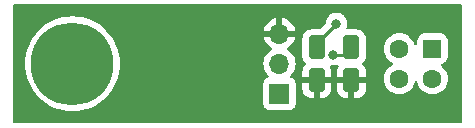
<source format=gbr>
%TF.SameCoordinates,Original*%
%TF.FileFunction,Copper,L2,Bot*%
%TF.FilePolarity,Positive*%
%FSLAX46Y46*%
G04 Gerber Fmt 4.6, Leading zero omitted, Abs format (unit mm)*
G04 Created by KiCad (PCBNEW (7.0.0)) date 2023-08-08 03:57:15*
%MOMM*%
%LPD*%
G01*
G04 APERTURE LIST*
G04 Aperture macros list*
%AMRoundRect*
0 Rectangle with rounded corners*
0 $1 Rounding radius*
0 $2 $3 $4 $5 $6 $7 $8 $9 X,Y pos of 4 corners*
0 Add a 4 corners polygon primitive as box body*
4,1,4,$2,$3,$4,$5,$6,$7,$8,$9,$2,$3,0*
0 Add four circle primitives for the rounded corners*
1,1,$1+$1,$2,$3*
1,1,$1+$1,$4,$5*
1,1,$1+$1,$6,$7*
1,1,$1+$1,$8,$9*
0 Add four rect primitives between the rounded corners*
20,1,$1+$1,$2,$3,$4,$5,0*
20,1,$1+$1,$4,$5,$6,$7,0*
20,1,$1+$1,$6,$7,$8,$9,0*
20,1,$1+$1,$8,$9,$2,$3,0*%
G04 Aperture macros list end*
%TA.AperFunction,ComponentPad*%
%ADD10R,1.700000X1.700000*%
%TD*%
%TA.AperFunction,ComponentPad*%
%ADD11O,1.700000X1.700000*%
%TD*%
%TA.AperFunction,ComponentPad*%
%ADD12C,3.900000*%
%TD*%
%TA.AperFunction,ConnectorPad*%
%ADD13C,7.000000*%
%TD*%
%TA.AperFunction,ComponentPad*%
%ADD14RoundRect,0.249600X0.550400X0.550400X-0.550400X0.550400X-0.550400X-0.550400X0.550400X-0.550400X0*%
%TD*%
%TA.AperFunction,ComponentPad*%
%ADD15C,1.600000*%
%TD*%
%TA.AperFunction,SMDPad,CuDef*%
%ADD16RoundRect,0.291200X-0.408800X0.708800X-0.408800X-0.708800X0.408800X-0.708800X0.408800X0.708800X0*%
%TD*%
%TA.AperFunction,ViaPad*%
%ADD17C,0.800000*%
%TD*%
%TA.AperFunction,Conductor*%
%ADD18C,0.250000*%
%TD*%
G04 APERTURE END LIST*
D10*
%TO.P,J0,1,Pin_1*%
%TO.N,Net-(J0-Pad1)*%
X122935999Y-100314999D03*
D11*
%TO.P,J0,2,Pin_2*%
%TO.N,Net-(J0-Pad2)*%
X122935999Y-97774999D03*
%TO.P,J0,3,Pin_3*%
%TO.N,GND*%
X122935999Y-95234999D03*
%TD*%
D12*
%TO.P,H0,1*%
%TO.N,N/C*%
X105410000Y-97790000D03*
D13*
X105410000Y-97790000D03*
%TD*%
D14*
%TO.P,U1,1,A*%
%TO.N,Net-(J0-Pad1)*%
X135890000Y-96520000D03*
D15*
%TO.P,U1,2,K*%
%TO.N,Net-(RV0-Pad3)*%
X135890000Y-99060000D03*
%TO.P,U1,3,C*%
%TO.N,Net-(J0-Pad1)*%
X133090000Y-99060000D03*
%TO.P,U1,4,E*%
%TO.N,Net-(J0-Pad2)*%
X133090000Y-96520000D03*
%TD*%
D16*
%TO.P,R1,1*%
%TO.N,Net-(R1-Pad1)*%
X126082000Y-96390000D03*
%TO.P,R1,2*%
%TO.N,GND*%
X126082000Y-99190000D03*
%TD*%
%TO.P,R2,1*%
%TO.N,Net-(J0-Pad2)*%
X129032000Y-96390000D03*
%TO.P,R2,2*%
%TO.N,GND*%
X129032000Y-99190000D03*
%TD*%
D17*
%TO.N,Net-(J0-Pad2)*%
X127508000Y-97028000D03*
%TO.N,Net-(R1-Pad1)*%
X127762000Y-94386400D03*
%TD*%
D18*
%TO.N,Net-(J0-Pad2)*%
X127508000Y-97028000D02*
X128394000Y-97028000D01*
X128394000Y-97028000D02*
X129032000Y-96390000D01*
%TO.N,Net-(R1-Pad1)*%
X126082000Y-96390000D02*
X126082000Y-96066400D01*
X126082000Y-96066400D02*
X127762000Y-94386400D01*
%TD*%
%TA.AperFunction,Conductor*%
%TO.N,GND*%
G36*
X138341500Y-92752381D02*
G01*
X138387619Y-92798500D01*
X138404500Y-92861500D01*
X138404500Y-102718500D01*
X138387619Y-102781500D01*
X138341500Y-102827619D01*
X138278500Y-102844500D01*
X100481500Y-102844500D01*
X100418500Y-102827619D01*
X100372381Y-102781500D01*
X100355500Y-102718500D01*
X100355500Y-97790000D01*
X101396666Y-97790000D01*
X101396818Y-97793094D01*
X101413184Y-98126250D01*
X101415991Y-98183376D01*
X101416442Y-98186421D01*
X101416444Y-98186434D01*
X101449346Y-98408238D01*
X101473781Y-98572963D01*
X101474533Y-98575965D01*
X101568728Y-98952014D01*
X101568732Y-98952028D01*
X101569479Y-98955009D01*
X101570517Y-98957911D01*
X101570518Y-98957913D01*
X101701122Y-99322928D01*
X101701125Y-99322936D01*
X101702163Y-99325836D01*
X101703479Y-99328619D01*
X101703483Y-99328628D01*
X101869239Y-99679091D01*
X101870555Y-99681873D01*
X101872134Y-99684507D01*
X101872137Y-99684513D01*
X102071446Y-100017038D01*
X102073035Y-100019689D01*
X102307651Y-100336032D01*
X102572144Y-100627856D01*
X102863968Y-100892349D01*
X103180311Y-101126965D01*
X103518127Y-101329445D01*
X103874164Y-101497837D01*
X104244991Y-101630521D01*
X104627037Y-101726219D01*
X105016624Y-101784009D01*
X105410000Y-101803334D01*
X105803376Y-101784009D01*
X106192963Y-101726219D01*
X106575009Y-101630521D01*
X106945836Y-101497837D01*
X107301873Y-101329445D01*
X107639689Y-101126965D01*
X107956032Y-100892349D01*
X108247856Y-100627856D01*
X108512349Y-100336032D01*
X108746965Y-100019689D01*
X108949445Y-99681873D01*
X109117837Y-99325836D01*
X109250521Y-98955009D01*
X109346219Y-98572963D01*
X109404009Y-98183376D01*
X109423334Y-97790000D01*
X109422597Y-97775000D01*
X121572844Y-97775000D01*
X121573274Y-97780189D01*
X121589395Y-97974748D01*
X121591436Y-97999368D01*
X121646704Y-98217616D01*
X121737140Y-98423791D01*
X121860278Y-98612268D01*
X121863806Y-98616100D01*
X122003474Y-98767819D01*
X122032711Y-98821423D01*
X122033314Y-98882478D01*
X122005140Y-98936648D01*
X121954807Y-98971212D01*
X121848240Y-99010960D01*
X121848231Y-99010964D01*
X121839796Y-99014111D01*
X121832588Y-99019506D01*
X121832582Y-99019510D01*
X121729950Y-99096340D01*
X121729946Y-99096343D01*
X121722739Y-99101739D01*
X121717343Y-99108946D01*
X121717340Y-99108950D01*
X121640510Y-99211582D01*
X121640506Y-99211588D01*
X121635111Y-99218796D01*
X121631965Y-99227230D01*
X121631962Y-99227236D01*
X121586763Y-99348419D01*
X121586761Y-99348423D01*
X121584011Y-99355799D01*
X121583169Y-99363625D01*
X121583168Y-99363632D01*
X121577860Y-99413011D01*
X121577500Y-99416362D01*
X121577500Y-101213638D01*
X121577859Y-101216985D01*
X121577860Y-101216988D01*
X121583168Y-101266367D01*
X121583169Y-101266373D01*
X121584011Y-101274201D01*
X121586762Y-101281578D01*
X121586763Y-101281580D01*
X121631962Y-101402763D01*
X121631964Y-101402766D01*
X121635111Y-101411204D01*
X121640508Y-101418414D01*
X121640510Y-101418417D01*
X121698975Y-101496516D01*
X121722739Y-101528261D01*
X121839796Y-101615889D01*
X121976799Y-101666989D01*
X122037362Y-101673500D01*
X123831269Y-101673500D01*
X123834638Y-101673500D01*
X123895201Y-101666989D01*
X124032204Y-101615889D01*
X124149261Y-101528261D01*
X124236889Y-101411204D01*
X124287989Y-101274201D01*
X124294500Y-101213638D01*
X124294500Y-99940146D01*
X124874001Y-99940146D01*
X124874396Y-99947195D01*
X124888314Y-100070728D01*
X124891445Y-100084448D01*
X124946251Y-100241074D01*
X124952352Y-100253743D01*
X125040643Y-100394256D01*
X125049412Y-100405251D01*
X125166748Y-100522587D01*
X125177743Y-100531356D01*
X125318256Y-100619647D01*
X125330925Y-100625748D01*
X125487558Y-100680556D01*
X125501263Y-100683684D01*
X125624804Y-100697604D01*
X125631853Y-100698000D01*
X125811410Y-100698000D01*
X125824493Y-100694493D01*
X125828000Y-100681410D01*
X125828000Y-100681409D01*
X126336000Y-100681409D01*
X126339506Y-100694492D01*
X126352590Y-100697999D01*
X126532146Y-100697999D01*
X126539195Y-100697603D01*
X126662728Y-100683685D01*
X126676448Y-100680554D01*
X126833074Y-100625748D01*
X126845743Y-100619647D01*
X126986256Y-100531356D01*
X126997251Y-100522587D01*
X127114587Y-100405251D01*
X127123356Y-100394256D01*
X127211647Y-100253743D01*
X127217748Y-100241074D01*
X127272556Y-100084441D01*
X127275684Y-100070736D01*
X127289604Y-99947195D01*
X127290000Y-99940147D01*
X127290000Y-99940146D01*
X127824001Y-99940146D01*
X127824396Y-99947195D01*
X127838314Y-100070728D01*
X127841445Y-100084448D01*
X127896251Y-100241074D01*
X127902352Y-100253743D01*
X127990643Y-100394256D01*
X127999412Y-100405251D01*
X128116748Y-100522587D01*
X128127743Y-100531356D01*
X128268256Y-100619647D01*
X128280925Y-100625748D01*
X128437558Y-100680556D01*
X128451263Y-100683684D01*
X128574804Y-100697604D01*
X128581853Y-100698000D01*
X128761410Y-100698000D01*
X128774493Y-100694493D01*
X128778000Y-100681410D01*
X128778000Y-100681409D01*
X129286000Y-100681409D01*
X129289506Y-100694492D01*
X129302590Y-100697999D01*
X129482146Y-100697999D01*
X129489195Y-100697603D01*
X129612728Y-100683685D01*
X129626448Y-100680554D01*
X129783074Y-100625748D01*
X129795743Y-100619647D01*
X129936256Y-100531356D01*
X129947251Y-100522587D01*
X130064587Y-100405251D01*
X130073356Y-100394256D01*
X130161647Y-100253743D01*
X130167748Y-100241074D01*
X130222556Y-100084441D01*
X130225684Y-100070736D01*
X130239604Y-99947195D01*
X130240000Y-99940147D01*
X130240000Y-99460590D01*
X130236493Y-99447506D01*
X130223410Y-99444000D01*
X129302590Y-99444000D01*
X129289506Y-99447506D01*
X129286000Y-99460590D01*
X129286000Y-100681409D01*
X128778000Y-100681409D01*
X128778000Y-99460590D01*
X128774493Y-99447506D01*
X128761410Y-99444000D01*
X127840591Y-99444000D01*
X127827507Y-99447506D01*
X127824001Y-99460590D01*
X127824001Y-99940146D01*
X127290000Y-99940146D01*
X127290000Y-99460590D01*
X127286493Y-99447506D01*
X127273410Y-99444000D01*
X126352590Y-99444000D01*
X126339506Y-99447506D01*
X126336000Y-99460590D01*
X126336000Y-100681409D01*
X125828000Y-100681409D01*
X125828000Y-99460590D01*
X125824493Y-99447506D01*
X125811410Y-99444000D01*
X124890591Y-99444000D01*
X124877507Y-99447506D01*
X124874001Y-99460590D01*
X124874001Y-99940146D01*
X124294500Y-99940146D01*
X124294500Y-99416362D01*
X124287989Y-99355799D01*
X124236889Y-99218796D01*
X124149261Y-99101739D01*
X124142049Y-99096340D01*
X124093505Y-99060000D01*
X131776502Y-99060000D01*
X131776981Y-99065475D01*
X131790394Y-99218796D01*
X131796457Y-99288087D01*
X131855716Y-99509243D01*
X131952477Y-99716749D01*
X131955630Y-99721252D01*
X131955633Y-99721257D01*
X132032123Y-99830496D01*
X132083802Y-99904300D01*
X132245700Y-100066198D01*
X132433251Y-100197523D01*
X132640757Y-100294284D01*
X132861913Y-100353543D01*
X133090000Y-100373498D01*
X133318087Y-100353543D01*
X133539243Y-100294284D01*
X133746749Y-100197523D01*
X133934300Y-100066198D01*
X134096198Y-99904300D01*
X134227523Y-99716749D01*
X134324284Y-99509243D01*
X134368293Y-99344999D01*
X134400905Y-99288515D01*
X134457389Y-99255904D01*
X134522611Y-99255904D01*
X134579095Y-99288515D01*
X134611706Y-99344999D01*
X134655716Y-99509243D01*
X134752477Y-99716749D01*
X134755630Y-99721252D01*
X134755633Y-99721257D01*
X134832123Y-99830496D01*
X134883802Y-99904300D01*
X135045700Y-100066198D01*
X135233251Y-100197523D01*
X135440757Y-100294284D01*
X135661913Y-100353543D01*
X135890000Y-100373498D01*
X136118087Y-100353543D01*
X136339243Y-100294284D01*
X136546749Y-100197523D01*
X136734300Y-100066198D01*
X136896198Y-99904300D01*
X137027523Y-99716749D01*
X137124284Y-99509243D01*
X137183543Y-99288087D01*
X137203498Y-99060000D01*
X137183543Y-98831913D01*
X137124284Y-98610757D01*
X137027523Y-98403251D01*
X136896198Y-98215700D01*
X136734300Y-98053802D01*
X136666295Y-98006184D01*
X136622870Y-97952876D01*
X136613897Y-97884709D01*
X136642045Y-97821979D01*
X136698930Y-97783369D01*
X136762968Y-97762149D01*
X136913802Y-97669114D01*
X137039114Y-97543802D01*
X137132149Y-97392968D01*
X137187893Y-97224745D01*
X137198500Y-97120918D01*
X137198500Y-95919082D01*
X137187893Y-95815255D01*
X137132149Y-95647032D01*
X137039114Y-95496198D01*
X136913802Y-95370886D01*
X136907554Y-95367032D01*
X136769212Y-95281702D01*
X136769209Y-95281700D01*
X136762968Y-95277851D01*
X136756000Y-95275542D01*
X136601272Y-95224269D01*
X136601264Y-95224267D01*
X136594745Y-95222107D01*
X136587912Y-95221409D01*
X136587908Y-95221408D01*
X136494102Y-95211825D01*
X136494096Y-95211824D01*
X136490918Y-95211500D01*
X135289082Y-95211500D01*
X135285904Y-95211824D01*
X135285897Y-95211825D01*
X135192091Y-95221408D01*
X135192085Y-95221409D01*
X135185255Y-95222107D01*
X135178737Y-95224266D01*
X135178727Y-95224269D01*
X135023999Y-95275542D01*
X135023996Y-95275543D01*
X135017032Y-95277851D01*
X135010793Y-95281699D01*
X135010787Y-95281702D01*
X134872445Y-95367032D01*
X134872440Y-95367035D01*
X134866198Y-95370886D01*
X134861008Y-95376075D01*
X134861004Y-95376079D01*
X134746079Y-95491004D01*
X134746075Y-95491008D01*
X134740886Y-95496198D01*
X134737035Y-95502440D01*
X134737032Y-95502445D01*
X134651702Y-95640787D01*
X134651699Y-95640793D01*
X134647851Y-95647032D01*
X134645543Y-95653996D01*
X134645542Y-95653999D01*
X134594269Y-95808727D01*
X134594266Y-95808737D01*
X134592107Y-95815255D01*
X134591409Y-95822085D01*
X134591408Y-95822091D01*
X134581825Y-95915897D01*
X134581500Y-95919082D01*
X134581500Y-95922288D01*
X134581500Y-96073634D01*
X134567263Y-96131814D01*
X134527771Y-96176847D01*
X134471946Y-96198556D01*
X134412406Y-96192035D01*
X134362603Y-96158758D01*
X134333793Y-96106245D01*
X134332821Y-96102619D01*
X134324284Y-96070757D01*
X134227523Y-95863251D01*
X134096198Y-95675700D01*
X133934300Y-95513802D01*
X133860496Y-95462123D01*
X133751257Y-95385633D01*
X133751252Y-95385630D01*
X133746749Y-95382477D01*
X133741761Y-95380151D01*
X133544225Y-95288039D01*
X133544223Y-95288038D01*
X133539243Y-95285716D01*
X133318087Y-95226457D01*
X133312611Y-95225977D01*
X133312606Y-95225977D01*
X133095475Y-95206981D01*
X133090000Y-95206502D01*
X133084525Y-95206981D01*
X132867393Y-95225977D01*
X132867386Y-95225978D01*
X132861913Y-95226457D01*
X132856599Y-95227880D01*
X132856598Y-95227881D01*
X132646067Y-95284293D01*
X132646065Y-95284293D01*
X132640757Y-95285716D01*
X132635779Y-95288036D01*
X132635774Y-95288039D01*
X132438238Y-95380151D01*
X132438233Y-95380153D01*
X132433251Y-95382477D01*
X132428752Y-95385627D01*
X132428742Y-95385633D01*
X132250211Y-95510643D01*
X132250208Y-95510645D01*
X132245700Y-95513802D01*
X132241808Y-95517693D01*
X132241802Y-95517699D01*
X132087699Y-95671802D01*
X132087693Y-95671808D01*
X132083802Y-95675700D01*
X132080645Y-95680208D01*
X132080643Y-95680211D01*
X131955633Y-95858742D01*
X131955627Y-95858752D01*
X131952477Y-95863251D01*
X131950153Y-95868233D01*
X131950151Y-95868238D01*
X131858039Y-96065774D01*
X131858036Y-96065779D01*
X131855716Y-96070757D01*
X131854293Y-96076065D01*
X131854293Y-96076067D01*
X131839356Y-96131814D01*
X131796457Y-96291913D01*
X131795978Y-96297386D01*
X131795977Y-96297393D01*
X131787534Y-96393900D01*
X131776502Y-96520000D01*
X131776981Y-96525475D01*
X131785687Y-96624991D01*
X131796457Y-96748087D01*
X131855716Y-96969243D01*
X131858038Y-96974223D01*
X131858039Y-96974225D01*
X131935422Y-97140174D01*
X131952477Y-97176749D01*
X131955630Y-97181252D01*
X131955633Y-97181257D01*
X132018365Y-97270847D01*
X132083802Y-97364300D01*
X132245700Y-97526198D01*
X132433251Y-97657523D01*
X132446970Y-97663920D01*
X132472457Y-97675805D01*
X132525474Y-97722300D01*
X132545207Y-97790000D01*
X132525474Y-97857700D01*
X132472457Y-97904195D01*
X132438238Y-97920151D01*
X132438233Y-97920153D01*
X132433251Y-97922477D01*
X132428752Y-97925627D01*
X132428742Y-97925633D01*
X132250211Y-98050643D01*
X132250208Y-98050645D01*
X132245700Y-98053802D01*
X132241808Y-98057693D01*
X132241802Y-98057699D01*
X132087699Y-98211802D01*
X132087693Y-98211808D01*
X132083802Y-98215700D01*
X132080645Y-98220208D01*
X132080643Y-98220211D01*
X131955633Y-98398742D01*
X131955627Y-98398752D01*
X131952477Y-98403251D01*
X131950153Y-98408233D01*
X131950151Y-98408238D01*
X131858039Y-98605774D01*
X131858036Y-98605779D01*
X131855716Y-98610757D01*
X131796457Y-98831913D01*
X131795978Y-98837386D01*
X131795977Y-98837393D01*
X131780792Y-99010960D01*
X131776502Y-99060000D01*
X124093505Y-99060000D01*
X124039417Y-99019510D01*
X124039414Y-99019508D01*
X124032204Y-99014111D01*
X124023765Y-99010963D01*
X124023757Y-99010959D01*
X123917193Y-98971212D01*
X123866859Y-98936648D01*
X123838685Y-98882478D01*
X123839288Y-98821422D01*
X123868523Y-98767821D01*
X124011722Y-98612268D01*
X124134860Y-98423791D01*
X124225296Y-98217616D01*
X124280564Y-97999368D01*
X124299156Y-97775000D01*
X124280564Y-97550632D01*
X124225296Y-97332384D01*
X124140992Y-97140188D01*
X124873500Y-97140188D01*
X124873501Y-97143708D01*
X124873895Y-97147207D01*
X124873896Y-97147220D01*
X124882631Y-97224745D01*
X124888617Y-97277876D01*
X124890952Y-97284549D01*
X124890953Y-97284553D01*
X124945798Y-97441292D01*
X124945800Y-97441296D01*
X124948136Y-97447972D01*
X124951898Y-97453960D01*
X124951900Y-97453963D01*
X125015905Y-97555827D01*
X125044013Y-97600560D01*
X125049021Y-97605568D01*
X125144712Y-97701259D01*
X125177324Y-97757743D01*
X125177324Y-97822965D01*
X125144712Y-97879449D01*
X125049412Y-97974748D01*
X125040643Y-97985743D01*
X124952352Y-98126256D01*
X124946251Y-98138925D01*
X124891443Y-98295558D01*
X124888315Y-98309263D01*
X124874395Y-98432804D01*
X124874000Y-98439853D01*
X124874000Y-98919410D01*
X124877506Y-98932493D01*
X124890590Y-98936000D01*
X127273409Y-98936000D01*
X127286492Y-98932493D01*
X127289999Y-98919410D01*
X127289999Y-98439855D01*
X127289603Y-98432804D01*
X127275685Y-98309271D01*
X127272554Y-98295551D01*
X127217748Y-98138925D01*
X127211644Y-98126250D01*
X127201551Y-98110187D01*
X127182779Y-98054821D01*
X127191016Y-97996942D01*
X127224488Y-97949011D01*
X127275991Y-97921346D01*
X127334435Y-97919904D01*
X127412513Y-97936500D01*
X127596884Y-97936500D01*
X127603487Y-97936500D01*
X127790288Y-97896794D01*
X127790562Y-97898084D01*
X127843189Y-97894414D01*
X127898924Y-97919274D01*
X127936438Y-97967409D01*
X127946933Y-98027527D01*
X127927945Y-98085525D01*
X127902353Y-98126254D01*
X127896251Y-98138925D01*
X127841443Y-98295558D01*
X127838315Y-98309263D01*
X127824395Y-98432804D01*
X127824000Y-98439853D01*
X127824000Y-98919410D01*
X127827506Y-98932493D01*
X127840590Y-98936000D01*
X130223409Y-98936000D01*
X130236492Y-98932493D01*
X130239999Y-98919410D01*
X130239999Y-98439855D01*
X130239603Y-98432804D01*
X130225685Y-98309271D01*
X130222554Y-98295551D01*
X130167748Y-98138925D01*
X130161647Y-98126256D01*
X130073356Y-97985743D01*
X130064587Y-97974748D01*
X129969288Y-97879449D01*
X129936676Y-97822965D01*
X129936676Y-97757743D01*
X129969288Y-97701259D01*
X130016181Y-97654366D01*
X130069987Y-97600560D01*
X130165864Y-97447972D01*
X130225383Y-97277876D01*
X130240500Y-97143709D01*
X130240499Y-95636292D01*
X130225383Y-95502124D01*
X130165864Y-95332028D01*
X130132673Y-95279204D01*
X130073754Y-95185435D01*
X130073753Y-95185434D01*
X130069987Y-95179440D01*
X129942560Y-95052013D01*
X129936566Y-95048247D01*
X129936564Y-95048245D01*
X129795963Y-94959900D01*
X129795960Y-94959898D01*
X129789972Y-94956136D01*
X129783296Y-94953800D01*
X129783292Y-94953798D01*
X129626555Y-94898954D01*
X129626554Y-94898953D01*
X129619876Y-94896617D01*
X129612847Y-94895825D01*
X129489219Y-94881895D01*
X129489210Y-94881894D01*
X129485709Y-94881500D01*
X129482174Y-94881500D01*
X128729808Y-94881500D01*
X128672605Y-94867767D01*
X128627871Y-94829560D01*
X128605359Y-94775210D01*
X128609974Y-94716569D01*
X128655542Y-94576328D01*
X128675504Y-94386400D01*
X128655542Y-94196472D01*
X128618829Y-94083483D01*
X128598569Y-94021128D01*
X128598568Y-94021126D01*
X128596527Y-94014844D01*
X128501040Y-93849456D01*
X128373253Y-93707534D01*
X128367911Y-93703653D01*
X128367908Y-93703650D01*
X128290057Y-93647088D01*
X128218752Y-93595282D01*
X128044288Y-93517606D01*
X128037835Y-93516234D01*
X128037831Y-93516233D01*
X127863943Y-93479272D01*
X127863940Y-93479271D01*
X127857487Y-93477900D01*
X127666513Y-93477900D01*
X127660060Y-93479271D01*
X127660056Y-93479272D01*
X127486168Y-93516233D01*
X127486161Y-93516235D01*
X127479712Y-93517606D01*
X127473682Y-93520290D01*
X127473681Y-93520291D01*
X127311278Y-93592597D01*
X127311275Y-93592598D01*
X127305248Y-93595282D01*
X127299907Y-93599162D01*
X127299906Y-93599163D01*
X127156091Y-93703650D01*
X127156083Y-93703656D01*
X127150747Y-93707534D01*
X127146330Y-93712439D01*
X127146325Y-93712444D01*
X127071100Y-93795991D01*
X127022960Y-93849456D01*
X127019661Y-93855169D01*
X127019658Y-93855174D01*
X126942048Y-93989599D01*
X126927473Y-94014844D01*
X126925434Y-94021118D01*
X126925430Y-94021128D01*
X126870497Y-94190194D01*
X126870495Y-94190201D01*
X126868458Y-94196472D01*
X126867768Y-94203031D01*
X126867768Y-94203034D01*
X126851093Y-94361690D01*
X126839509Y-94402763D01*
X126814879Y-94437614D01*
X126407899Y-94844595D01*
X126367021Y-94871909D01*
X126318803Y-94881500D01*
X125631828Y-94881500D01*
X125631810Y-94881500D01*
X125628292Y-94881501D01*
X125624793Y-94881895D01*
X125624779Y-94881896D01*
X125501151Y-94895825D01*
X125501148Y-94895825D01*
X125494124Y-94896617D01*
X125487451Y-94898951D01*
X125487446Y-94898953D01*
X125330707Y-94953798D01*
X125330699Y-94953801D01*
X125324028Y-94956136D01*
X125318042Y-94959896D01*
X125318036Y-94959900D01*
X125177435Y-95048245D01*
X125177428Y-95048250D01*
X125171440Y-95052013D01*
X125166435Y-95057017D01*
X125166431Y-95057021D01*
X125049021Y-95174431D01*
X125049017Y-95174435D01*
X125044013Y-95179440D01*
X125040250Y-95185428D01*
X125040245Y-95185435D01*
X124951900Y-95326036D01*
X124951896Y-95326042D01*
X124948136Y-95332028D01*
X124945801Y-95338699D01*
X124945798Y-95338707D01*
X124890954Y-95495444D01*
X124888617Y-95502124D01*
X124887825Y-95509150D01*
X124887825Y-95509152D01*
X124873895Y-95632780D01*
X124873894Y-95632790D01*
X124873500Y-95636291D01*
X124873500Y-95639824D01*
X124873500Y-95639825D01*
X124873500Y-97140171D01*
X124873500Y-97140188D01*
X124140992Y-97140188D01*
X124134860Y-97126209D01*
X124011722Y-96937732D01*
X123923082Y-96841444D01*
X123862772Y-96775930D01*
X123862767Y-96775925D01*
X123859240Y-96772094D01*
X123681576Y-96633811D01*
X123677000Y-96631334D01*
X123676990Y-96631328D01*
X123647794Y-96615529D01*
X123599521Y-96569213D01*
X123581762Y-96504715D01*
X123599522Y-96440217D01*
X123647794Y-96393900D01*
X123676723Y-96378244D01*
X123685411Y-96372568D01*
X123854788Y-96240737D01*
X123862432Y-96233700D01*
X124007789Y-96075799D01*
X124014177Y-96067593D01*
X124131568Y-95887913D01*
X124136511Y-95878778D01*
X124222729Y-95682223D01*
X124226099Y-95672408D01*
X124269013Y-95502943D01*
X124269248Y-95491565D01*
X124258160Y-95489000D01*
X121613840Y-95489000D01*
X121602751Y-95491565D01*
X121602986Y-95502943D01*
X121645900Y-95672408D01*
X121649270Y-95682223D01*
X121735488Y-95878778D01*
X121740431Y-95887913D01*
X121857822Y-96067593D01*
X121864210Y-96075799D01*
X122009567Y-96233700D01*
X122017211Y-96240737D01*
X122186588Y-96372568D01*
X122195281Y-96378247D01*
X122224206Y-96393901D01*
X122272478Y-96440217D01*
X122290237Y-96504715D01*
X122272478Y-96569212D01*
X122224207Y-96615528D01*
X122212701Y-96621755D01*
X122195000Y-96631334D01*
X122194994Y-96631337D01*
X122190424Y-96633811D01*
X122186313Y-96637010D01*
X122186311Y-96637012D01*
X122016878Y-96768888D01*
X122016872Y-96768893D01*
X122012760Y-96772094D01*
X122009237Y-96775919D01*
X122009227Y-96775930D01*
X121863806Y-96933899D01*
X121863802Y-96933902D01*
X121860278Y-96937732D01*
X121857430Y-96942090D01*
X121857427Y-96942095D01*
X121739992Y-97121843D01*
X121737140Y-97126209D01*
X121735048Y-97130978D01*
X121735046Y-97130982D01*
X121648799Y-97327606D01*
X121648796Y-97327614D01*
X121646704Y-97332384D01*
X121645423Y-97337440D01*
X121645422Y-97337445D01*
X121592717Y-97545573D01*
X121591436Y-97550632D01*
X121591006Y-97555820D01*
X121591005Y-97555827D01*
X121578954Y-97701259D01*
X121572844Y-97775000D01*
X109422597Y-97775000D01*
X109404009Y-97396624D01*
X109346219Y-97007037D01*
X109250521Y-96624991D01*
X109117837Y-96254164D01*
X108949445Y-95898127D01*
X108746965Y-95560311D01*
X108512349Y-95243968D01*
X108271684Y-94978434D01*
X121602751Y-94978434D01*
X121613840Y-94981000D01*
X122665410Y-94981000D01*
X122678493Y-94977493D01*
X122682000Y-94964410D01*
X123190000Y-94964410D01*
X123193506Y-94977493D01*
X123206590Y-94981000D01*
X124258160Y-94981000D01*
X124269248Y-94978434D01*
X124269013Y-94967056D01*
X124226099Y-94797591D01*
X124222729Y-94787776D01*
X124136511Y-94591221D01*
X124131568Y-94582086D01*
X124014177Y-94402406D01*
X124007789Y-94394200D01*
X123862432Y-94236299D01*
X123854788Y-94229262D01*
X123685411Y-94097431D01*
X123676718Y-94091752D01*
X123487957Y-93989599D01*
X123478440Y-93985424D01*
X123275442Y-93915735D01*
X123265372Y-93913185D01*
X123203538Y-93902867D01*
X123192401Y-93903443D01*
X123190000Y-93914336D01*
X123190000Y-94964410D01*
X122682000Y-94964410D01*
X122682000Y-93914336D01*
X122679598Y-93903443D01*
X122668461Y-93902867D01*
X122606627Y-93913185D01*
X122596557Y-93915735D01*
X122393559Y-93985424D01*
X122384042Y-93989599D01*
X122195281Y-94091752D01*
X122186588Y-94097431D01*
X122017211Y-94229262D01*
X122009567Y-94236299D01*
X121864210Y-94394200D01*
X121857822Y-94402406D01*
X121740431Y-94582086D01*
X121735488Y-94591221D01*
X121649270Y-94787776D01*
X121645900Y-94797591D01*
X121602986Y-94967056D01*
X121602751Y-94978434D01*
X108271684Y-94978434D01*
X108247856Y-94952144D01*
X108186591Y-94896617D01*
X107958328Y-94689732D01*
X107956032Y-94687651D01*
X107639689Y-94453035D01*
X107487290Y-94361690D01*
X107304513Y-94252137D01*
X107304507Y-94252134D01*
X107301873Y-94250555D01*
X107299091Y-94249239D01*
X106948628Y-94083483D01*
X106948619Y-94083479D01*
X106945836Y-94082163D01*
X106942936Y-94081125D01*
X106942928Y-94081122D01*
X106577913Y-93950518D01*
X106577911Y-93950517D01*
X106575009Y-93949479D01*
X106572028Y-93948732D01*
X106572014Y-93948728D01*
X106195965Y-93854533D01*
X106192963Y-93853781D01*
X106189896Y-93853326D01*
X105806434Y-93796444D01*
X105806421Y-93796442D01*
X105803376Y-93795991D01*
X105800292Y-93795839D01*
X105800287Y-93795839D01*
X105413094Y-93776818D01*
X105410000Y-93776666D01*
X105406906Y-93776818D01*
X105019712Y-93795839D01*
X105019705Y-93795839D01*
X105016624Y-93795991D01*
X105013580Y-93796442D01*
X105013565Y-93796444D01*
X104630103Y-93853326D01*
X104630099Y-93853326D01*
X104627037Y-93853781D01*
X104624038Y-93854532D01*
X104624034Y-93854533D01*
X104247985Y-93948728D01*
X104247965Y-93948733D01*
X104244991Y-93949479D01*
X104242093Y-93950515D01*
X104242086Y-93950518D01*
X103877071Y-94081122D01*
X103877055Y-94081128D01*
X103874164Y-94082163D01*
X103871387Y-94083476D01*
X103871371Y-94083483D01*
X103520908Y-94249239D01*
X103520896Y-94249245D01*
X103518127Y-94250555D01*
X103515500Y-94252129D01*
X103515486Y-94252137D01*
X103182961Y-94451446D01*
X103182951Y-94451452D01*
X103180311Y-94453035D01*
X103177835Y-94454871D01*
X103177825Y-94454878D01*
X102866458Y-94685804D01*
X102863968Y-94687651D01*
X102861681Y-94689723D01*
X102861671Y-94689732D01*
X102630831Y-94898953D01*
X102572144Y-94952144D01*
X102570082Y-94954418D01*
X102570073Y-94954428D01*
X102309732Y-95241671D01*
X102309723Y-95241681D01*
X102307651Y-95243968D01*
X102305807Y-95246454D01*
X102305804Y-95246458D01*
X102074878Y-95557825D01*
X102074871Y-95557835D01*
X102073035Y-95560311D01*
X102071452Y-95562951D01*
X102071446Y-95562961D01*
X101872137Y-95895486D01*
X101872129Y-95895500D01*
X101870555Y-95898127D01*
X101869245Y-95900896D01*
X101869239Y-95900908D01*
X101703483Y-96251371D01*
X101703476Y-96251387D01*
X101702163Y-96254164D01*
X101701128Y-96257055D01*
X101701122Y-96257071D01*
X101570518Y-96622086D01*
X101569479Y-96624991D01*
X101568733Y-96627965D01*
X101568728Y-96627985D01*
X101483248Y-96969243D01*
X101473781Y-97007037D01*
X101473326Y-97010099D01*
X101473326Y-97010103D01*
X101416444Y-97393565D01*
X101416442Y-97393580D01*
X101415991Y-97396624D01*
X101415839Y-97399705D01*
X101415839Y-97399712D01*
X101408425Y-97550632D01*
X101396666Y-97790000D01*
X100355500Y-97790000D01*
X100355500Y-92861500D01*
X100372381Y-92798500D01*
X100418500Y-92752381D01*
X100481500Y-92735500D01*
X138278500Y-92735500D01*
X138341500Y-92752381D01*
G37*
%TD.AperFunction*%
%TD*%
M02*

</source>
